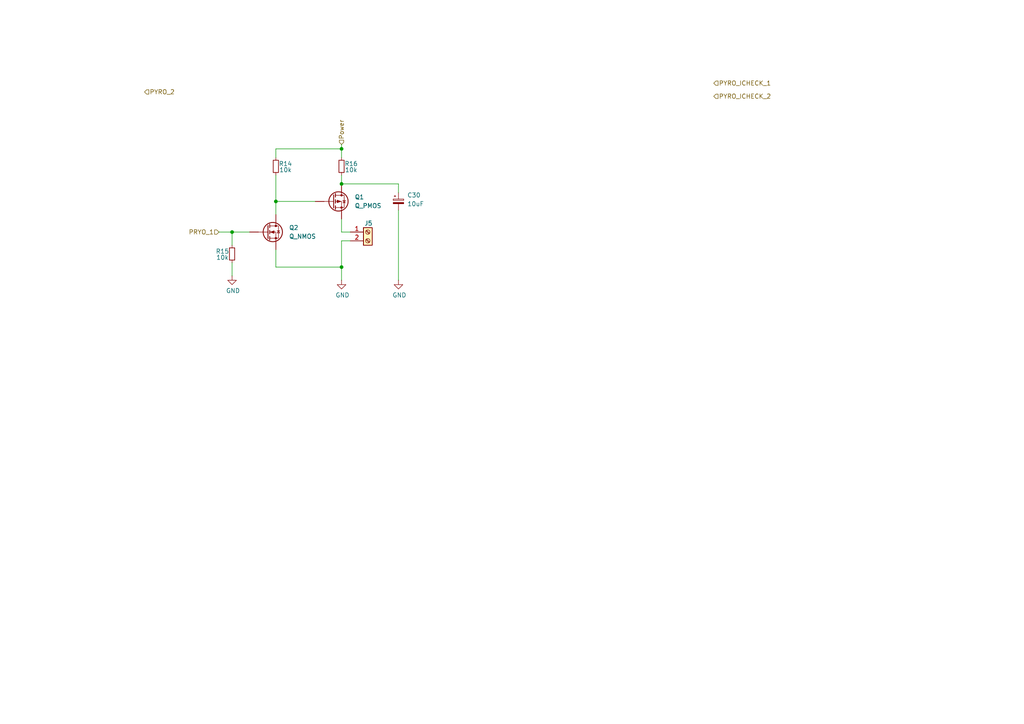
<source format=kicad_sch>
(kicad_sch (version 20250114) (generator "eeschema") (generator_version "9.0")
  (paper "A4")
  (lib_symbols
    (symbol "Connector:Screw_Terminal_01x02" (pin_names (offset 1.016) (hide yes))
      (property "Reference" "J" (at 0 2.54 0))
      (property "Value" "Screw_Terminal_01x02" (at 0 -5.08 0))
      (symbol "Screw_Terminal_01x02_1_1"
        (rectangle (start -1.27 1.27) (end 1.27 -3.81) (stroke (width 0.254)) (fill (type background)))
        (polyline (pts (xy -0.5334 0.3302) (xy 0.3302 -0.508)) (stroke (width 0.1524)))
        (polyline (pts (xy -0.5334 -2.2098) (xy 0.3302 -3.048)) (stroke (width 0.1524)))
        (polyline (pts (xy -0.3556 0.508) (xy 0.508 -0.3302)) (stroke (width 0.1524)))
        (polyline (pts (xy -0.3556 -2.032) (xy 0.508 -2.8702)) (stroke (width 0.1524)))
        (circle (center 0 0) (radius 0.635) (stroke (width 0.1524)))
        (circle (center 0 -2.54) (radius 0.635) (stroke (width 0.1524)))
        (pin passive line (at -5.08 0 0) (length 3.81) (name "Pin_1") (number "1"))
        (pin passive line (at -5.08 -2.54 0) (length 3.81) (name "Pin_2") (number "2"))
      )
    )
    (symbol "Device:C_Polarized_Small" (pin_numbers (hide yes)) (pin_names (offset 0.254) (hide yes))
      (property "Reference" "C" (at 0.254 1.778 0))
      (property "Value" "C_Polarized_Small" (at 0.254 -2.032 0))
      (symbol "C_Polarized_Small_0_1"
        (rectangle (start -1.524 0.6858) (end 1.524 0.3048))
        (rectangle (start -1.524 -0.3048) (end 1.524 -0.6858) (fill (type outline)))
        (polyline (pts (xy -1.27 1.524) (xy -0.762 1.524)))
        (polyline (pts (xy -1.016 1.27) (xy -1.016 1.778)))
      )
      (symbol "C_Polarized_Small_1_1"
        (pin passive line (at 0 2.54 270) (length 1.8542) (name "~") (number "1"))
        (pin passive line (at 0 -2.54 90) (length 1.8542) (name "~") (number "2"))
      )
    )
    (symbol "Device:Q_NMOS" (pin_numbers (hide yes)) (pin_names (offset 0) (hide yes))
      (property "Reference" "Q" (at 5.08 1.27 0))
      (property "Value" "Q_NMOS" (at 5.08 -1.27 0))
      (symbol "Q_NMOS_0_1"
        (polyline (pts (xy 0.254 1.905) (xy 0.254 -1.905)) (stroke (width 0.254)))
        (polyline (pts (xy 0.254 0) (xy -2.54 0)))
        (polyline (pts (xy 0.762 2.286) (xy 0.762 1.27)) (stroke (width 0.254)))
        (polyline (pts (xy 0.762 0.508) (xy 0.762 -0.508)) (stroke (width 0.254)))
        (polyline (pts (xy 0.762 -1.27) (xy 0.762 -2.286)) (stroke (width 0.254)))
        (polyline (pts (xy 0.762 -1.778) (xy 3.302 -1.778) (xy 3.302 1.778) (xy 0.762 1.778)))
        (polyline (pts (xy 1.016 0) (xy 2.032 0.381) (xy 2.032 -0.381) (xy 1.016 0)) (fill (type outline)))
        (circle (center 1.651 0) (radius 2.794) (stroke (width 0.254)))
        (polyline (pts (xy 2.54 2.54) (xy 2.54 1.778)))
        (circle (center 2.54 1.778) (radius 0.254) (fill (type outline)))
        (circle (center 2.54 -1.778) (radius 0.254) (fill (type outline)))
        (polyline (pts (xy 2.54 -2.54) (xy 2.54 0) (xy 0.762 0)))
        (polyline (pts (xy 2.921 0.381) (xy 3.683 0.381)))
        (polyline (pts (xy 3.302 0.381) (xy 2.921 -0.254) (xy 3.683 -0.254) (xy 3.302 0.381)))
      )
      (symbol "Q_NMOS_1_1"
        (pin input line (at -5.08 0 0) (length 2.54) (name "G") (number "G"))
        (pin passive line (at 2.54 5.08 270) (length 2.54) (name "D") (number "D"))
        (pin passive line (at 2.54 -5.08 90) (length 2.54) (name "S") (number "S"))
      )
    )
    (symbol "Device:Q_PMOS" (pin_numbers (hide yes)) (pin_names (offset 0) (hide yes))
      (property "Reference" "Q" (at 5.08 1.27 0))
      (property "Value" "Q_PMOS" (at 5.08 -1.27 0))
      (symbol "Q_PMOS_0_1"
        (polyline (pts (xy 0.254 1.905) (xy 0.254 -1.905)) (stroke (width 0.254)))
        (polyline (pts (xy 0.254 0) (xy -2.54 0)))
        (polyline (pts (xy 0.762 2.286) (xy 0.762 1.27)) (stroke (width 0.254)))
        (polyline (pts (xy 0.762 1.778) (xy 3.302 1.778) (xy 3.302 -1.778) (xy 0.762 -1.778)))
        (polyline (pts (xy 0.762 0.508) (xy 0.762 -0.508)) (stroke (width 0.254)))
        (polyline (pts (xy 0.762 -1.27) (xy 0.762 -2.286)) (stroke (width 0.254)))
        (circle (center 1.651 0) (radius 2.794) (stroke (width 0.254)))
        (polyline (pts (xy 2.286 0) (xy 1.27 0.381) (xy 1.27 -0.381) (xy 2.286 0)) (fill (type outline)))
        (polyline (pts (xy 2.54 2.54) (xy 2.54 1.778)))
        (circle (center 2.54 1.778) (radius 0.254) (fill (type outline)))
        (circle (center 2.54 -1.778) (radius 0.254) (fill (type outline)))
        (polyline (pts (xy 2.54 -2.54) (xy 2.54 0) (xy 0.762 0)))
        (polyline (pts (xy 2.921 -0.381) (xy 3.683 -0.381)))
        (polyline (pts (xy 3.302 -0.381) (xy 2.921 0.254) (xy 3.683 0.254) (xy 3.302 -0.381)))
      )
      (symbol "Q_PMOS_1_1"
        (pin input line (at -5.08 0 0) (length 2.54) (name "G") (number "G"))
        (pin passive line (at 2.54 5.08 270) (length 2.54) (name "D") (number "D"))
        (pin passive line (at 2.54 -5.08 90) (length 2.54) (name "S") (number "S"))
      )
    )
    (symbol "Device:R_Small" (pin_numbers (hide yes)) (pin_names (offset 0.254) (hide yes))
      (property "Reference" "R" (at 0.762 0.508 0))
      (property "Value" "R_Small" (at 0.762 -1.016 0))
      (symbol "R_Small_0_1"
        (rectangle (start -0.762 1.778) (end 0.762 -1.778) (stroke (width 0.2032)))
      )
      (symbol "R_Small_1_1"
        (pin passive line (at 0 2.54 270) (length 0.762) (name "~") (number "1"))
        (pin passive line (at 0 -2.54 90) (length 0.762) (name "~") (number "2"))
      )
    )
    (symbol "power:GND" (power) (pin_numbers (hide yes)) (pin_names (offset 0) (hide yes))
      (property "Value" "GND" (at 0 -3.81 0))
      (symbol "GND_0_1"
        (polyline (pts (xy 0 0) (xy 0 -1.27) (xy 1.27 -1.27) (xy 0 -2.54) (xy -1.27 -1.27) (xy 0 -1.27)))
      )
      (symbol "GND_1_1"
        (pin power_in line (at 0 0 270) (length 0) (name "~") (number "1"))
      )
    )
  )
  (junction (at 67.31 67.31))
  (junction (at 99.06 53.34))
  (junction (at 99.06 77.47))
  (junction (at 99.06 43.18))
  (junction (at 80.01 58.42))
  (wire (pts (xy 80.01 72.39) (xy 80.01 77.47)))
  (wire (pts (xy 101.6 69.85) (xy 99.06 69.85)))
  (wire (pts (xy 80.01 77.47) (xy 99.06 77.47)))
  (wire (pts (xy 99.06 43.18) (xy 99.06 45.72)))
  (wire (pts (xy 99.06 63.5) (xy 99.06 67.31)))
  (wire (pts (xy 115.57 53.34) (xy 115.57 55.88)))
  (wire (pts (xy 80.01 50.8) (xy 80.01 58.42)))
  (wire (pts (xy 80.01 58.42) (xy 80.01 62.23)))
  (wire (pts (xy 91.44 58.42) (xy 80.01 58.42)))
  (wire (pts (xy 115.57 60.96) (xy 115.57 81.28)))
  (wire (pts (xy 72.39 67.31) (xy 67.31 67.31)))
  (wire (pts (xy 99.06 69.85) (xy 99.06 77.47)))
  (wire (pts (xy 67.31 67.31) (xy 67.31 71.12)))
  (wire (pts (xy 99.06 41.91) (xy 99.06 43.18)))
  (wire (pts (xy 99.06 50.8) (xy 99.06 53.34)))
  (wire (pts (xy 99.06 77.47) (xy 99.06 81.28)))
  (wire (pts (xy 80.01 45.72) (xy 80.01 43.18)))
  (wire (pts (xy 99.06 67.31) (xy 101.6 67.31)))
  (wire (pts (xy 99.06 53.34) (xy 115.57 53.34)))
  (wire (pts (xy 80.01 43.18) (xy 99.06 43.18)))
  (wire (pts (xy 63.5 67.31) (xy 67.31 67.31)))
  (wire (pts (xy 67.31 76.2) (xy 67.31 80.01)))
  (hierarchical_label "Power" (shape input) (at 99.06 41.91 90))
  (hierarchical_label "PYRO_ICHECK_2" (shape input) (at 207.01 27.94 0))
  (hierarchical_label "PYRO_2" (shape input) (at 41.91 26.67 0))
  (hierarchical_label "PRYO_1" (shape input) (at 63.5 67.31 180))
  (hierarchical_label "PYRO_ICHECK_1" (shape input) (at 207.01 24.13 0))
  (symbol (lib_id "Device:R_Small") (at 67.31 73.66 0) (unit 1)
    (property "Reference" "R15" (at 64.516 72.898 0))
    (property "Value" "10k" (at 64.516 74.676 0))
    (property "Footprint" "Resistor_SMD:R_0603_1608Metric" (effects (hide yes)))
    (property "Description" "Resistor, small symbol" (effects (hide yes)))
  )
  (symbol (lib_id "Connector:Screw_Terminal_01x02") (at 106.68 67.31 0) (unit 1)
    (property "Reference" "J5" (at 105.664 64.77 0) (effects (justify left)))
    (property "Value" "Screw_Terminal_01x02" (effects (hide yes)))
    (property "Description" "Generic screw terminal, single row, 01x02, script generated (kicad-library-utils/schlib/autogen/connector/)" (effects (hide yes)))
  )
  (symbol (lib_id "Device:R_Small") (at 80.01 48.26 0) (mirror y) (unit 1)
    (property "Reference" "R14" (at 82.804 47.498 0))
    (property "Value" "10k" (at 82.804 49.276 0))
    (property "Footprint" "Resistor_SMD:R_0603_1608Metric" (effects (hide yes)))
    (property "Description" "Resistor, small symbol" (effects (hide yes)))
  )
  (symbol (lib_id "Device:R_Small") (at 99.06 48.26 0) (mirror y) (unit 1)
    (property "Reference" "R16" (at 101.854 47.498 0))
    (property "Value" "10k" (at 101.854 49.276 0))
    (property "Footprint" "Resistor_SMD:R_0603_1608Metric" (effects (hide yes)))
    (property "Description" "Resistor, small symbol" (effects (hide yes)))
  )
  (symbol (lib_id "Device:Q_NMOS") (at 77.47 67.31 0) (unit 1)
    (property "Reference" "Q2" (at 83.82 66.0399 0) (effects (justify left)))
    (property "Value" "Q_NMOS" (at 83.82 68.5799 0) (effects (justify left)))
    (property "Description" "N-MOSFET transistor" (effects (hide yes)))
  )
  (symbol (lib_id "power:GND") (at 115.57 81.28 0) (unit 1)
    (property "Reference" "#PWR027" (effects (hide yes)))
    (property "Value" "GND" (at 113.792 85.598 0) (effects (justify left)))
    (property "Description" "Power symbol creates a global label with name \"GND\" , ground" (effects (hide yes)))
  )
  (symbol (lib_id "Device:Q_PMOS") (at 96.52 58.42 0) (unit 1)
    (property "Reference" "Q1" (at 102.87 57.1499 0) (effects (justify left)))
    (property "Value" "Q_PMOS" (at 102.87 59.6899 0) (effects (justify left)))
    (property "Description" "P-MOSFET transistor" (effects (hide yes)))
  )
  (symbol (lib_id "power:GND") (at 99.06 81.28 0) (unit 1)
    (property "Reference" "#PWR024" (effects (hide yes)))
    (property "Value" "GND" (at 97.282 85.598 0) (effects (justify left)))
    (property "Description" "Power symbol creates a global label with name \"GND\" , ground" (effects (hide yes)))
  )
  (symbol (lib_id "power:GND") (at 67.31 80.01 0) (unit 1)
    (property "Reference" "#PWR026" (effects (hide yes)))
    (property "Value" "GND" (at 65.532 84.328 0) (effects (justify left)))
    (property "Description" "Power symbol creates a global label with name \"GND\" , ground" (effects (hide yes)))
  )
  (symbol (lib_id "Device:C_Polarized_Small") (at 115.57 58.42 0) (unit 1)
    (property "Reference" "C30" (at 118.11 56.6038 0) (effects (justify left)))
    (property "Value" "10uF" (at 118.11 59.1438 0) (effects (justify left)))
    (property "Footprint" "Capacitor_SMD:C_1206_3216Metric" (effects (hide yes)))
    (property "Description" "Polarized capacitor, small symbol" (effects (hide yes)))
    (property "LCSC" "C13585" (effects (hide yes)))
  )
)
</source>
